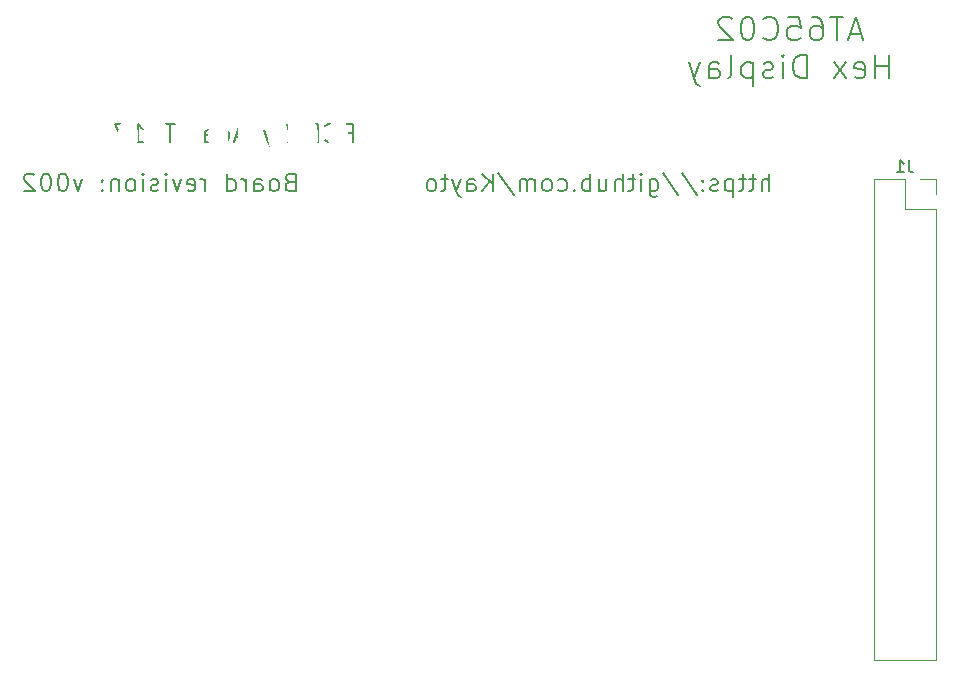
<source format=gbo>
G04 #@! TF.GenerationSoftware,KiCad,Pcbnew,(5.1.9)-1*
G04 #@! TF.CreationDate,2023-04-05T16:21:32+01:00*
G04 #@! TF.ProjectId,AT65C02_HEX_rev002,41543635-4330-4325-9f48-45585f726576,rev?*
G04 #@! TF.SameCoordinates,Original*
G04 #@! TF.FileFunction,Legend,Bot*
G04 #@! TF.FilePolarity,Positive*
%FSLAX46Y46*%
G04 Gerber Fmt 4.6, Leading zero omitted, Abs format (unit mm)*
G04 Created by KiCad (PCBNEW (5.1.9)-1) date 2023-04-05 16:21:32*
%MOMM*%
%LPD*%
G01*
G04 APERTURE LIST*
%ADD10C,0.200000*%
%ADD11C,0.120000*%
%ADD12C,0.150000*%
%ADD13C,1.702000*%
%ADD14O,1.626000X2.626000*%
%ADD15O,1.602000X1.152000*%
%ADD16O,1.702000X1.702000*%
%ADD17C,2.442000*%
%ADD18O,1.802000X1.802000*%
G04 APERTURE END LIST*
D10*
X206502857Y-59678571D02*
X206502857Y-58178571D01*
X205860000Y-59678571D02*
X205860000Y-58892857D01*
X205931428Y-58750000D01*
X206074285Y-58678571D01*
X206288571Y-58678571D01*
X206431428Y-58750000D01*
X206502857Y-58821428D01*
X205360000Y-58678571D02*
X204788571Y-58678571D01*
X205145714Y-58178571D02*
X205145714Y-59464285D01*
X205074285Y-59607142D01*
X204931428Y-59678571D01*
X204788571Y-59678571D01*
X204502857Y-58678571D02*
X203931428Y-58678571D01*
X204288571Y-58178571D02*
X204288571Y-59464285D01*
X204217142Y-59607142D01*
X204074285Y-59678571D01*
X203931428Y-59678571D01*
X203431428Y-58678571D02*
X203431428Y-60178571D01*
X203431428Y-58750000D02*
X203288571Y-58678571D01*
X203002857Y-58678571D01*
X202860000Y-58750000D01*
X202788571Y-58821428D01*
X202717142Y-58964285D01*
X202717142Y-59392857D01*
X202788571Y-59535714D01*
X202860000Y-59607142D01*
X203002857Y-59678571D01*
X203288571Y-59678571D01*
X203431428Y-59607142D01*
X202145714Y-59607142D02*
X202002857Y-59678571D01*
X201717142Y-59678571D01*
X201574285Y-59607142D01*
X201502857Y-59464285D01*
X201502857Y-59392857D01*
X201574285Y-59250000D01*
X201717142Y-59178571D01*
X201931428Y-59178571D01*
X202074285Y-59107142D01*
X202145714Y-58964285D01*
X202145714Y-58892857D01*
X202074285Y-58750000D01*
X201931428Y-58678571D01*
X201717142Y-58678571D01*
X201574285Y-58750000D01*
X200860000Y-59535714D02*
X200788571Y-59607142D01*
X200860000Y-59678571D01*
X200931428Y-59607142D01*
X200860000Y-59535714D01*
X200860000Y-59678571D01*
X200860000Y-58750000D02*
X200788571Y-58821428D01*
X200860000Y-58892857D01*
X200931428Y-58821428D01*
X200860000Y-58750000D01*
X200860000Y-58892857D01*
X199074285Y-58107142D02*
X200360000Y-60035714D01*
X197502857Y-58107142D02*
X198788571Y-60035714D01*
X196360000Y-58678571D02*
X196360000Y-59892857D01*
X196431428Y-60035714D01*
X196502857Y-60107142D01*
X196645714Y-60178571D01*
X196860000Y-60178571D01*
X197002857Y-60107142D01*
X196360000Y-59607142D02*
X196502857Y-59678571D01*
X196788571Y-59678571D01*
X196931428Y-59607142D01*
X197002857Y-59535714D01*
X197074285Y-59392857D01*
X197074285Y-58964285D01*
X197002857Y-58821428D01*
X196931428Y-58750000D01*
X196788571Y-58678571D01*
X196502857Y-58678571D01*
X196360000Y-58750000D01*
X195645714Y-59678571D02*
X195645714Y-58678571D01*
X195645714Y-58178571D02*
X195717142Y-58250000D01*
X195645714Y-58321428D01*
X195574285Y-58250000D01*
X195645714Y-58178571D01*
X195645714Y-58321428D01*
X195145714Y-58678571D02*
X194574285Y-58678571D01*
X194931428Y-58178571D02*
X194931428Y-59464285D01*
X194860000Y-59607142D01*
X194717142Y-59678571D01*
X194574285Y-59678571D01*
X194074285Y-59678571D02*
X194074285Y-58178571D01*
X193431428Y-59678571D02*
X193431428Y-58892857D01*
X193502857Y-58750000D01*
X193645714Y-58678571D01*
X193860000Y-58678571D01*
X194002857Y-58750000D01*
X194074285Y-58821428D01*
X192074285Y-58678571D02*
X192074285Y-59678571D01*
X192717142Y-58678571D02*
X192717142Y-59464285D01*
X192645714Y-59607142D01*
X192502857Y-59678571D01*
X192288571Y-59678571D01*
X192145714Y-59607142D01*
X192074285Y-59535714D01*
X191360000Y-59678571D02*
X191360000Y-58178571D01*
X191360000Y-58750000D02*
X191217142Y-58678571D01*
X190931428Y-58678571D01*
X190788571Y-58750000D01*
X190717142Y-58821428D01*
X190645714Y-58964285D01*
X190645714Y-59392857D01*
X190717142Y-59535714D01*
X190788571Y-59607142D01*
X190931428Y-59678571D01*
X191217142Y-59678571D01*
X191360000Y-59607142D01*
X190002857Y-59535714D02*
X189931428Y-59607142D01*
X190002857Y-59678571D01*
X190074285Y-59607142D01*
X190002857Y-59535714D01*
X190002857Y-59678571D01*
X188645714Y-59607142D02*
X188788571Y-59678571D01*
X189074285Y-59678571D01*
X189217142Y-59607142D01*
X189288571Y-59535714D01*
X189360000Y-59392857D01*
X189360000Y-58964285D01*
X189288571Y-58821428D01*
X189217142Y-58750000D01*
X189074285Y-58678571D01*
X188788571Y-58678571D01*
X188645714Y-58750000D01*
X187788571Y-59678571D02*
X187931428Y-59607142D01*
X188002857Y-59535714D01*
X188074285Y-59392857D01*
X188074285Y-58964285D01*
X188002857Y-58821428D01*
X187931428Y-58750000D01*
X187788571Y-58678571D01*
X187574285Y-58678571D01*
X187431428Y-58750000D01*
X187360000Y-58821428D01*
X187288571Y-58964285D01*
X187288571Y-59392857D01*
X187360000Y-59535714D01*
X187431428Y-59607142D01*
X187574285Y-59678571D01*
X187788571Y-59678571D01*
X186645714Y-59678571D02*
X186645714Y-58678571D01*
X186645714Y-58821428D02*
X186574285Y-58750000D01*
X186431428Y-58678571D01*
X186217142Y-58678571D01*
X186074285Y-58750000D01*
X186002857Y-58892857D01*
X186002857Y-59678571D01*
X186002857Y-58892857D02*
X185931428Y-58750000D01*
X185788571Y-58678571D01*
X185574285Y-58678571D01*
X185431428Y-58750000D01*
X185360000Y-58892857D01*
X185360000Y-59678571D01*
X183574285Y-58107142D02*
X184860000Y-60035714D01*
X183074285Y-59678571D02*
X183074285Y-58178571D01*
X182217142Y-59678571D02*
X182860000Y-58821428D01*
X182217142Y-58178571D02*
X183074285Y-59035714D01*
X180931428Y-59678571D02*
X180931428Y-58892857D01*
X181002857Y-58750000D01*
X181145714Y-58678571D01*
X181431428Y-58678571D01*
X181574285Y-58750000D01*
X180931428Y-59607142D02*
X181074285Y-59678571D01*
X181431428Y-59678571D01*
X181574285Y-59607142D01*
X181645714Y-59464285D01*
X181645714Y-59321428D01*
X181574285Y-59178571D01*
X181431428Y-59107142D01*
X181074285Y-59107142D01*
X180931428Y-59035714D01*
X180360000Y-58678571D02*
X180002857Y-59678571D01*
X179645714Y-58678571D02*
X180002857Y-59678571D01*
X180145714Y-60035714D01*
X180217142Y-60107142D01*
X180360000Y-60178571D01*
X179288571Y-58678571D02*
X178717142Y-58678571D01*
X179074285Y-58178571D02*
X179074285Y-59464285D01*
X179002857Y-59607142D01*
X178860000Y-59678571D01*
X178717142Y-59678571D01*
X178002857Y-59678571D02*
X178145714Y-59607142D01*
X178217142Y-59535714D01*
X178288571Y-59392857D01*
X178288571Y-58964285D01*
X178217142Y-58821428D01*
X178145714Y-58750000D01*
X178002857Y-58678571D01*
X177788571Y-58678571D01*
X177645714Y-58750000D01*
X177574285Y-58821428D01*
X177502857Y-58964285D01*
X177502857Y-59392857D01*
X177574285Y-59535714D01*
X177645714Y-59607142D01*
X177788571Y-59678571D01*
X178002857Y-59678571D01*
X171272857Y-55478571D02*
X171272857Y-53978571D01*
X170701428Y-53978571D01*
X170558571Y-54050000D01*
X170487142Y-54121428D01*
X170415714Y-54264285D01*
X170415714Y-54478571D01*
X170487142Y-54621428D01*
X170558571Y-54692857D01*
X170701428Y-54764285D01*
X171272857Y-54764285D01*
X168915714Y-55335714D02*
X168987142Y-55407142D01*
X169201428Y-55478571D01*
X169344285Y-55478571D01*
X169558571Y-55407142D01*
X169701428Y-55264285D01*
X169772857Y-55121428D01*
X169844285Y-54835714D01*
X169844285Y-54621428D01*
X169772857Y-54335714D01*
X169701428Y-54192857D01*
X169558571Y-54050000D01*
X169344285Y-53978571D01*
X169201428Y-53978571D01*
X168987142Y-54050000D01*
X168915714Y-54121428D01*
X167772857Y-54692857D02*
X167558571Y-54764285D01*
X167487142Y-54835714D01*
X167415714Y-54978571D01*
X167415714Y-55192857D01*
X167487142Y-55335714D01*
X167558571Y-55407142D01*
X167701428Y-55478571D01*
X168272857Y-55478571D01*
X168272857Y-53978571D01*
X167772857Y-53978571D01*
X167630000Y-54050000D01*
X167558571Y-54121428D01*
X167487142Y-54264285D01*
X167487142Y-54407142D01*
X167558571Y-54550000D01*
X167630000Y-54621428D01*
X167772857Y-54692857D01*
X168272857Y-54692857D01*
X165630000Y-55478571D02*
X165630000Y-53978571D01*
X165630000Y-54550000D02*
X165487142Y-54478571D01*
X165201428Y-54478571D01*
X165058571Y-54550000D01*
X164987142Y-54621428D01*
X164915714Y-54764285D01*
X164915714Y-55192857D01*
X164987142Y-55335714D01*
X165058571Y-55407142D01*
X165201428Y-55478571D01*
X165487142Y-55478571D01*
X165630000Y-55407142D01*
X164415714Y-54478571D02*
X164058571Y-55478571D01*
X163701428Y-54478571D02*
X164058571Y-55478571D01*
X164201428Y-55835714D01*
X164272857Y-55907142D01*
X164415714Y-55978571D01*
X162058571Y-55050000D02*
X161344285Y-55050000D01*
X162201428Y-55478571D02*
X161701428Y-53978571D01*
X161201428Y-55478571D01*
X160058571Y-55478571D02*
X160058571Y-53978571D01*
X160058571Y-55407142D02*
X160201428Y-55478571D01*
X160487142Y-55478571D01*
X160630000Y-55407142D01*
X160701428Y-55335714D01*
X160772857Y-55192857D01*
X160772857Y-54764285D01*
X160701428Y-54621428D01*
X160630000Y-54550000D01*
X160487142Y-54478571D01*
X160201428Y-54478571D01*
X160058571Y-54550000D01*
X158701428Y-55478571D02*
X158701428Y-54692857D01*
X158772857Y-54550000D01*
X158915714Y-54478571D01*
X159201428Y-54478571D01*
X159344285Y-54550000D01*
X158701428Y-55407142D02*
X158844285Y-55478571D01*
X159201428Y-55478571D01*
X159344285Y-55407142D01*
X159415714Y-55264285D01*
X159415714Y-55121428D01*
X159344285Y-54978571D01*
X159201428Y-54907142D01*
X158844285Y-54907142D01*
X158701428Y-54835714D01*
X157987142Y-55478571D02*
X157987142Y-54478571D01*
X157987142Y-54621428D02*
X157915714Y-54550000D01*
X157772857Y-54478571D01*
X157558571Y-54478571D01*
X157415714Y-54550000D01*
X157344285Y-54692857D01*
X157344285Y-55478571D01*
X157344285Y-54692857D02*
X157272857Y-54550000D01*
X157130000Y-54478571D01*
X156915714Y-54478571D01*
X156772857Y-54550000D01*
X156701428Y-54692857D01*
X156701428Y-55478571D01*
X156201428Y-53978571D02*
X155344285Y-53978571D01*
X155772857Y-55478571D02*
X155772857Y-53978571D01*
X154058571Y-55478571D02*
X154915714Y-55478571D01*
X154487142Y-55478571D02*
X154487142Y-53978571D01*
X154630000Y-54192857D01*
X154772857Y-54335714D01*
X154915714Y-54407142D01*
X152630000Y-55478571D02*
X153487142Y-55478571D01*
X153058571Y-55478571D02*
X153058571Y-53978571D01*
X153201428Y-54192857D01*
X153344285Y-54335714D01*
X153487142Y-54407142D01*
X152130000Y-53978571D02*
X151130000Y-53978571D01*
X151772857Y-55478571D01*
X214287619Y-46333333D02*
X213335238Y-46333333D01*
X214478095Y-46904761D02*
X213811428Y-44904761D01*
X213144761Y-46904761D01*
X212763809Y-44904761D02*
X211620952Y-44904761D01*
X212192380Y-46904761D02*
X212192380Y-44904761D01*
X210097142Y-44904761D02*
X210478095Y-44904761D01*
X210668571Y-45000000D01*
X210763809Y-45095238D01*
X210954285Y-45380952D01*
X211049523Y-45761904D01*
X211049523Y-46523809D01*
X210954285Y-46714285D01*
X210859047Y-46809523D01*
X210668571Y-46904761D01*
X210287619Y-46904761D01*
X210097142Y-46809523D01*
X210001904Y-46714285D01*
X209906666Y-46523809D01*
X209906666Y-46047619D01*
X210001904Y-45857142D01*
X210097142Y-45761904D01*
X210287619Y-45666666D01*
X210668571Y-45666666D01*
X210859047Y-45761904D01*
X210954285Y-45857142D01*
X211049523Y-46047619D01*
X208097142Y-44904761D02*
X209049523Y-44904761D01*
X209144761Y-45857142D01*
X209049523Y-45761904D01*
X208859047Y-45666666D01*
X208382857Y-45666666D01*
X208192380Y-45761904D01*
X208097142Y-45857142D01*
X208001904Y-46047619D01*
X208001904Y-46523809D01*
X208097142Y-46714285D01*
X208192380Y-46809523D01*
X208382857Y-46904761D01*
X208859047Y-46904761D01*
X209049523Y-46809523D01*
X209144761Y-46714285D01*
X206001904Y-46714285D02*
X206097142Y-46809523D01*
X206382857Y-46904761D01*
X206573333Y-46904761D01*
X206859047Y-46809523D01*
X207049523Y-46619047D01*
X207144761Y-46428571D01*
X207240000Y-46047619D01*
X207240000Y-45761904D01*
X207144761Y-45380952D01*
X207049523Y-45190476D01*
X206859047Y-45000000D01*
X206573333Y-44904761D01*
X206382857Y-44904761D01*
X206097142Y-45000000D01*
X206001904Y-45095238D01*
X204763809Y-44904761D02*
X204573333Y-44904761D01*
X204382857Y-45000000D01*
X204287619Y-45095238D01*
X204192380Y-45285714D01*
X204097142Y-45666666D01*
X204097142Y-46142857D01*
X204192380Y-46523809D01*
X204287619Y-46714285D01*
X204382857Y-46809523D01*
X204573333Y-46904761D01*
X204763809Y-46904761D01*
X204954285Y-46809523D01*
X205049523Y-46714285D01*
X205144761Y-46523809D01*
X205240000Y-46142857D01*
X205240000Y-45666666D01*
X205144761Y-45285714D01*
X205049523Y-45095238D01*
X204954285Y-45000000D01*
X204763809Y-44904761D01*
X203335238Y-45095238D02*
X203240000Y-45000000D01*
X203049523Y-44904761D01*
X202573333Y-44904761D01*
X202382857Y-45000000D01*
X202287619Y-45095238D01*
X202192380Y-45285714D01*
X202192380Y-45476190D01*
X202287619Y-45761904D01*
X203430476Y-46904761D01*
X202192380Y-46904761D01*
X216620952Y-50104761D02*
X216620952Y-48104761D01*
X216620952Y-49057142D02*
X215478095Y-49057142D01*
X215478095Y-50104761D02*
X215478095Y-48104761D01*
X213763809Y-50009523D02*
X213954285Y-50104761D01*
X214335238Y-50104761D01*
X214525714Y-50009523D01*
X214620952Y-49819047D01*
X214620952Y-49057142D01*
X214525714Y-48866666D01*
X214335238Y-48771428D01*
X213954285Y-48771428D01*
X213763809Y-48866666D01*
X213668571Y-49057142D01*
X213668571Y-49247619D01*
X214620952Y-49438095D01*
X213001904Y-50104761D02*
X211954285Y-48771428D01*
X213001904Y-48771428D02*
X211954285Y-50104761D01*
X209668571Y-50104761D02*
X209668571Y-48104761D01*
X209192380Y-48104761D01*
X208906666Y-48200000D01*
X208716190Y-48390476D01*
X208620952Y-48580952D01*
X208525714Y-48961904D01*
X208525714Y-49247619D01*
X208620952Y-49628571D01*
X208716190Y-49819047D01*
X208906666Y-50009523D01*
X209192380Y-50104761D01*
X209668571Y-50104761D01*
X207668571Y-50104761D02*
X207668571Y-48771428D01*
X207668571Y-48104761D02*
X207763809Y-48200000D01*
X207668571Y-48295238D01*
X207573333Y-48200000D01*
X207668571Y-48104761D01*
X207668571Y-48295238D01*
X206811428Y-50009523D02*
X206620952Y-50104761D01*
X206240000Y-50104761D01*
X206049523Y-50009523D01*
X205954285Y-49819047D01*
X205954285Y-49723809D01*
X206049523Y-49533333D01*
X206240000Y-49438095D01*
X206525714Y-49438095D01*
X206716190Y-49342857D01*
X206811428Y-49152380D01*
X206811428Y-49057142D01*
X206716190Y-48866666D01*
X206525714Y-48771428D01*
X206240000Y-48771428D01*
X206049523Y-48866666D01*
X205097142Y-48771428D02*
X205097142Y-50771428D01*
X205097142Y-48866666D02*
X204906666Y-48771428D01*
X204525714Y-48771428D01*
X204335238Y-48866666D01*
X204240000Y-48961904D01*
X204144761Y-49152380D01*
X204144761Y-49723809D01*
X204240000Y-49914285D01*
X204335238Y-50009523D01*
X204525714Y-50104761D01*
X204906666Y-50104761D01*
X205097142Y-50009523D01*
X203001904Y-50104761D02*
X203192380Y-50009523D01*
X203287619Y-49819047D01*
X203287619Y-48104761D01*
X201382857Y-50104761D02*
X201382857Y-49057142D01*
X201478095Y-48866666D01*
X201668571Y-48771428D01*
X202049523Y-48771428D01*
X202240000Y-48866666D01*
X201382857Y-50009523D02*
X201573333Y-50104761D01*
X202049523Y-50104761D01*
X202240000Y-50009523D01*
X202335238Y-49819047D01*
X202335238Y-49628571D01*
X202240000Y-49438095D01*
X202049523Y-49342857D01*
X201573333Y-49342857D01*
X201382857Y-49247619D01*
X200620952Y-48771428D02*
X200144761Y-50104761D01*
X199668571Y-48771428D02*
X200144761Y-50104761D01*
X200335238Y-50580952D01*
X200430476Y-50676190D01*
X200620952Y-50771428D01*
X165902857Y-58892857D02*
X165688571Y-58964285D01*
X165617142Y-59035714D01*
X165545714Y-59178571D01*
X165545714Y-59392857D01*
X165617142Y-59535714D01*
X165688571Y-59607142D01*
X165831428Y-59678571D01*
X166402857Y-59678571D01*
X166402857Y-58178571D01*
X165902857Y-58178571D01*
X165760000Y-58250000D01*
X165688571Y-58321428D01*
X165617142Y-58464285D01*
X165617142Y-58607142D01*
X165688571Y-58750000D01*
X165760000Y-58821428D01*
X165902857Y-58892857D01*
X166402857Y-58892857D01*
X164688571Y-59678571D02*
X164831428Y-59607142D01*
X164902857Y-59535714D01*
X164974285Y-59392857D01*
X164974285Y-58964285D01*
X164902857Y-58821428D01*
X164831428Y-58750000D01*
X164688571Y-58678571D01*
X164474285Y-58678571D01*
X164331428Y-58750000D01*
X164260000Y-58821428D01*
X164188571Y-58964285D01*
X164188571Y-59392857D01*
X164260000Y-59535714D01*
X164331428Y-59607142D01*
X164474285Y-59678571D01*
X164688571Y-59678571D01*
X162902857Y-59678571D02*
X162902857Y-58892857D01*
X162974285Y-58750000D01*
X163117142Y-58678571D01*
X163402857Y-58678571D01*
X163545714Y-58750000D01*
X162902857Y-59607142D02*
X163045714Y-59678571D01*
X163402857Y-59678571D01*
X163545714Y-59607142D01*
X163617142Y-59464285D01*
X163617142Y-59321428D01*
X163545714Y-59178571D01*
X163402857Y-59107142D01*
X163045714Y-59107142D01*
X162902857Y-59035714D01*
X162188571Y-59678571D02*
X162188571Y-58678571D01*
X162188571Y-58964285D02*
X162117142Y-58821428D01*
X162045714Y-58750000D01*
X161902857Y-58678571D01*
X161760000Y-58678571D01*
X160617142Y-59678571D02*
X160617142Y-58178571D01*
X160617142Y-59607142D02*
X160760000Y-59678571D01*
X161045714Y-59678571D01*
X161188571Y-59607142D01*
X161260000Y-59535714D01*
X161331428Y-59392857D01*
X161331428Y-58964285D01*
X161260000Y-58821428D01*
X161188571Y-58750000D01*
X161045714Y-58678571D01*
X160760000Y-58678571D01*
X160617142Y-58750000D01*
X158760000Y-59678571D02*
X158760000Y-58678571D01*
X158760000Y-58964285D02*
X158688571Y-58821428D01*
X158617142Y-58750000D01*
X158474285Y-58678571D01*
X158331428Y-58678571D01*
X157260000Y-59607142D02*
X157402857Y-59678571D01*
X157688571Y-59678571D01*
X157831428Y-59607142D01*
X157902857Y-59464285D01*
X157902857Y-58892857D01*
X157831428Y-58750000D01*
X157688571Y-58678571D01*
X157402857Y-58678571D01*
X157260000Y-58750000D01*
X157188571Y-58892857D01*
X157188571Y-59035714D01*
X157902857Y-59178571D01*
X156688571Y-58678571D02*
X156331428Y-59678571D01*
X155974285Y-58678571D01*
X155402857Y-59678571D02*
X155402857Y-58678571D01*
X155402857Y-58178571D02*
X155474285Y-58250000D01*
X155402857Y-58321428D01*
X155331428Y-58250000D01*
X155402857Y-58178571D01*
X155402857Y-58321428D01*
X154760000Y-59607142D02*
X154617142Y-59678571D01*
X154331428Y-59678571D01*
X154188571Y-59607142D01*
X154117142Y-59464285D01*
X154117142Y-59392857D01*
X154188571Y-59250000D01*
X154331428Y-59178571D01*
X154545714Y-59178571D01*
X154688571Y-59107142D01*
X154760000Y-58964285D01*
X154760000Y-58892857D01*
X154688571Y-58750000D01*
X154545714Y-58678571D01*
X154331428Y-58678571D01*
X154188571Y-58750000D01*
X153474285Y-59678571D02*
X153474285Y-58678571D01*
X153474285Y-58178571D02*
X153545714Y-58250000D01*
X153474285Y-58321428D01*
X153402857Y-58250000D01*
X153474285Y-58178571D01*
X153474285Y-58321428D01*
X152545714Y-59678571D02*
X152688571Y-59607142D01*
X152760000Y-59535714D01*
X152831428Y-59392857D01*
X152831428Y-58964285D01*
X152760000Y-58821428D01*
X152688571Y-58750000D01*
X152545714Y-58678571D01*
X152331428Y-58678571D01*
X152188571Y-58750000D01*
X152117142Y-58821428D01*
X152045714Y-58964285D01*
X152045714Y-59392857D01*
X152117142Y-59535714D01*
X152188571Y-59607142D01*
X152331428Y-59678571D01*
X152545714Y-59678571D01*
X151402857Y-58678571D02*
X151402857Y-59678571D01*
X151402857Y-58821428D02*
X151331428Y-58750000D01*
X151188571Y-58678571D01*
X150974285Y-58678571D01*
X150831428Y-58750000D01*
X150760000Y-58892857D01*
X150760000Y-59678571D01*
X150045714Y-59535714D02*
X149974285Y-59607142D01*
X150045714Y-59678571D01*
X150117142Y-59607142D01*
X150045714Y-59535714D01*
X150045714Y-59678571D01*
X150045714Y-58750000D02*
X149974285Y-58821428D01*
X150045714Y-58892857D01*
X150117142Y-58821428D01*
X150045714Y-58750000D01*
X150045714Y-58892857D01*
X148331428Y-58678571D02*
X147974285Y-59678571D01*
X147617142Y-58678571D01*
X146760000Y-58178571D02*
X146617142Y-58178571D01*
X146474285Y-58250000D01*
X146402857Y-58321428D01*
X146331428Y-58464285D01*
X146260000Y-58750000D01*
X146260000Y-59107142D01*
X146331428Y-59392857D01*
X146402857Y-59535714D01*
X146474285Y-59607142D01*
X146617142Y-59678571D01*
X146760000Y-59678571D01*
X146902857Y-59607142D01*
X146974285Y-59535714D01*
X147045714Y-59392857D01*
X147117142Y-59107142D01*
X147117142Y-58750000D01*
X147045714Y-58464285D01*
X146974285Y-58321428D01*
X146902857Y-58250000D01*
X146760000Y-58178571D01*
X145331428Y-58178571D02*
X145188571Y-58178571D01*
X145045714Y-58250000D01*
X144974285Y-58321428D01*
X144902857Y-58464285D01*
X144831428Y-58750000D01*
X144831428Y-59107142D01*
X144902857Y-59392857D01*
X144974285Y-59535714D01*
X145045714Y-59607142D01*
X145188571Y-59678571D01*
X145331428Y-59678571D01*
X145474285Y-59607142D01*
X145545714Y-59535714D01*
X145617142Y-59392857D01*
X145688571Y-59107142D01*
X145688571Y-58750000D01*
X145617142Y-58464285D01*
X145545714Y-58321428D01*
X145474285Y-58250000D01*
X145331428Y-58178571D01*
X144260000Y-58321428D02*
X144188571Y-58250000D01*
X144045714Y-58178571D01*
X143688571Y-58178571D01*
X143545714Y-58250000D01*
X143474285Y-58321428D01*
X143402857Y-58464285D01*
X143402857Y-58607142D01*
X143474285Y-58821428D01*
X144331428Y-59678571D01*
X143402857Y-59678571D01*
D11*
X220590000Y-58620000D02*
X219260000Y-58620000D01*
X220590000Y-59950000D02*
X220590000Y-58620000D01*
X217990000Y-58620000D02*
X215390000Y-58620000D01*
X217990000Y-61220000D02*
X217990000Y-58620000D01*
X220590000Y-61220000D02*
X217990000Y-61220000D01*
X215390000Y-58620000D02*
X215390000Y-99380000D01*
X220590000Y-61220000D02*
X220590000Y-99380000D01*
X220590000Y-99380000D02*
X215390000Y-99380000D01*
D12*
X218323333Y-57072380D02*
X218323333Y-57786666D01*
X218370952Y-57929523D01*
X218466190Y-58024761D01*
X218609047Y-58072380D01*
X218704285Y-58072380D01*
X217323333Y-58072380D02*
X217894761Y-58072380D01*
X217609047Y-58072380D02*
X217609047Y-57072380D01*
X217704285Y-57215238D01*
X217799523Y-57310476D01*
X217894761Y-57358095D01*
%LPC*%
D13*
X169015000Y-87050000D03*
X174015000Y-87050000D03*
X158242000Y-87050000D03*
X163242000Y-87050000D03*
X177565000Y-108525000D03*
X177565000Y-113525000D03*
D14*
X209438000Y-40042000D03*
X211978000Y-40042000D03*
X214518000Y-40042000D03*
X217058000Y-40042000D03*
X219598000Y-40042000D03*
X219598000Y-55282000D03*
X217058000Y-55282000D03*
X214518000Y-55282000D03*
X211978000Y-55282000D03*
G36*
G01*
X208625000Y-56544000D02*
X208625000Y-54020000D01*
G75*
G02*
X208676000Y-53969000I51000J0D01*
G01*
X210200000Y-53969000D01*
G75*
G02*
X210251000Y-54020000I0J-51000D01*
G01*
X210251000Y-56544000D01*
G75*
G02*
X210200000Y-56595000I-51000J0D01*
G01*
X208676000Y-56595000D01*
G75*
G02*
X208625000Y-56544000I0J51000D01*
G01*
G37*
D13*
X195290000Y-98750000D03*
X195290000Y-93750000D03*
G36*
G01*
X175756000Y-66196000D02*
X174256000Y-66196000D01*
G75*
G02*
X174205000Y-66145000I0J51000D01*
G01*
X174205000Y-65095000D01*
G75*
G02*
X174256000Y-65044000I51000J0D01*
G01*
X175756000Y-65044000D01*
G75*
G02*
X175807000Y-65095000I0J-51000D01*
G01*
X175807000Y-66145000D01*
G75*
G02*
X175756000Y-66196000I-51000J0D01*
G01*
G37*
D15*
X175006000Y-63080000D03*
X175006000Y-64350000D03*
X183166000Y-64350000D03*
X183166000Y-63080000D03*
G36*
G01*
X183916000Y-66196000D02*
X182416000Y-66196000D01*
G75*
G02*
X182365000Y-66145000I0J51000D01*
G01*
X182365000Y-65095000D01*
G75*
G02*
X182416000Y-65044000I51000J0D01*
G01*
X183916000Y-65044000D01*
G75*
G02*
X183967000Y-65095000I0J-51000D01*
G01*
X183967000Y-66145000D01*
G75*
G02*
X183916000Y-66196000I-51000J0D01*
G01*
G37*
D16*
X202910000Y-105525000D03*
D13*
X195290000Y-105525000D03*
X195290000Y-102150000D03*
D16*
X202910000Y-102150000D03*
D13*
X186806000Y-62290000D03*
D16*
X186806000Y-69910000D03*
X153162000Y-64520000D03*
D13*
X160782000Y-64520000D03*
G36*
G01*
X189573000Y-112738000D02*
X189573000Y-114338000D01*
G75*
G02*
X189522000Y-114389000I-51000J0D01*
G01*
X187922000Y-114389000D01*
G75*
G02*
X187871000Y-114338000I0J51000D01*
G01*
X187871000Y-112738000D01*
G75*
G02*
X187922000Y-112687000I51000J0D01*
G01*
X189522000Y-112687000D01*
G75*
G02*
X189573000Y-112738000I0J-51000D01*
G01*
G37*
D16*
X181102000Y-90678000D03*
X188722000Y-110998000D03*
X181102000Y-93218000D03*
X188722000Y-108458000D03*
X181102000Y-95758000D03*
X188722000Y-105918000D03*
X181102000Y-98298000D03*
X188722000Y-103378000D03*
X181102000Y-100838000D03*
X188722000Y-100838000D03*
X181102000Y-103378000D03*
X188722000Y-98298000D03*
X181102000Y-105918000D03*
X188722000Y-95758000D03*
X181102000Y-108458000D03*
X188722000Y-93218000D03*
X181102000Y-110998000D03*
X188722000Y-90678000D03*
X181102000Y-113538000D03*
G36*
G01*
X198189000Y-91478000D02*
X198189000Y-89878000D01*
G75*
G02*
X198240000Y-89827000I51000J0D01*
G01*
X199840000Y-89827000D01*
G75*
G02*
X199891000Y-89878000I0J-51000D01*
G01*
X199891000Y-91478000D01*
G75*
G02*
X199840000Y-91529000I-51000J0D01*
G01*
X198240000Y-91529000D01*
G75*
G02*
X198189000Y-91478000I0J51000D01*
G01*
G37*
X206660000Y-98298000D03*
X199040000Y-93218000D03*
X206660000Y-95758000D03*
X199040000Y-95758000D03*
X206660000Y-93218000D03*
X199040000Y-98298000D03*
X206660000Y-90678000D03*
G36*
G01*
X139174000Y-66196000D02*
X137674000Y-66196000D01*
G75*
G02*
X137623000Y-66145000I0J51000D01*
G01*
X137623000Y-65095000D01*
G75*
G02*
X137674000Y-65044000I51000J0D01*
G01*
X139174000Y-65044000D01*
G75*
G02*
X139225000Y-65095000I0J-51000D01*
G01*
X139225000Y-66145000D01*
G75*
G02*
X139174000Y-66196000I-51000J0D01*
G01*
G37*
D15*
X138424000Y-63080000D03*
X138424000Y-64350000D03*
X146529333Y-64350000D03*
X146529333Y-63080000D03*
G36*
G01*
X147279333Y-66196000D02*
X145779333Y-66196000D01*
G75*
G02*
X145728333Y-66145000I0J51000D01*
G01*
X145728333Y-65095000D01*
G75*
G02*
X145779333Y-65044000I51000J0D01*
G01*
X147279333Y-65044000D01*
G75*
G02*
X147330333Y-65095000I0J-51000D01*
G01*
X147330333Y-66145000D01*
G75*
G02*
X147279333Y-66196000I-51000J0D01*
G01*
G37*
X191210666Y-64350000D03*
X191210666Y-63080000D03*
G36*
G01*
X191960666Y-66196000D02*
X190460666Y-66196000D01*
G75*
G02*
X190409666Y-66145000I0J51000D01*
G01*
X190409666Y-65095000D01*
G75*
G02*
X190460666Y-65044000I51000J0D01*
G01*
X191960666Y-65044000D01*
G75*
G02*
X192011666Y-65095000I0J-51000D01*
G01*
X192011666Y-66145000D01*
G75*
G02*
X191960666Y-66196000I-51000J0D01*
G01*
G37*
G36*
G01*
X200066000Y-66196000D02*
X198566000Y-66196000D01*
G75*
G02*
X198515000Y-66145000I0J51000D01*
G01*
X198515000Y-65095000D01*
G75*
G02*
X198566000Y-65044000I51000J0D01*
G01*
X200066000Y-65044000D01*
G75*
G02*
X200117000Y-65095000I0J-51000D01*
G01*
X200117000Y-66145000D01*
G75*
G02*
X200066000Y-66196000I-51000J0D01*
G01*
G37*
X199316000Y-63080000D03*
X199316000Y-64350000D03*
D13*
X160782000Y-68160000D03*
D16*
X153162000Y-68160000D03*
D13*
X142064000Y-62290000D03*
D16*
X142064000Y-69910000D03*
X150169333Y-69910000D03*
D13*
X150169333Y-62290000D03*
D16*
X213360000Y-64520000D03*
D13*
X205740000Y-64520000D03*
G36*
G01*
X203670000Y-74079000D02*
X205270000Y-74079000D01*
G75*
G02*
X205321000Y-74130000I0J-51000D01*
G01*
X205321000Y-75730000D01*
G75*
G02*
X205270000Y-75781000I-51000J0D01*
G01*
X203670000Y-75781000D01*
G75*
G02*
X203619000Y-75730000I0J51000D01*
G01*
X203619000Y-74130000D01*
G75*
G02*
X203670000Y-74079000I51000J0D01*
G01*
G37*
D16*
X186690000Y-82550000D03*
X201930000Y-74930000D03*
X189230000Y-82550000D03*
X199390000Y-74930000D03*
X191770000Y-82550000D03*
X196850000Y-74930000D03*
X194310000Y-82550000D03*
X194310000Y-74930000D03*
X196850000Y-82550000D03*
X191770000Y-74930000D03*
X199390000Y-82550000D03*
X189230000Y-74930000D03*
X201930000Y-82550000D03*
X186690000Y-74930000D03*
X204470000Y-82550000D03*
X180167000Y-82550000D03*
X162387000Y-74930000D03*
X177627000Y-82550000D03*
X164927000Y-74930000D03*
X175087000Y-82550000D03*
X167467000Y-74930000D03*
X172547000Y-82550000D03*
X170007000Y-74930000D03*
X170007000Y-82550000D03*
X172547000Y-74930000D03*
X167467000Y-82550000D03*
X175087000Y-74930000D03*
X164927000Y-82550000D03*
X177627000Y-74930000D03*
X162387000Y-82550000D03*
G36*
G01*
X179367000Y-74079000D02*
X180967000Y-74079000D01*
G75*
G02*
X181018000Y-74130000I0J-51000D01*
G01*
X181018000Y-75730000D01*
G75*
G02*
X180967000Y-75781000I-51000J0D01*
G01*
X179367000Y-75781000D01*
G75*
G02*
X179316000Y-75730000I0J51000D01*
G01*
X179316000Y-74130000D01*
G75*
G02*
X179367000Y-74079000I51000J0D01*
G01*
G37*
X170688000Y-68160000D03*
D13*
X163068000Y-68160000D03*
D16*
X170688000Y-64520000D03*
D13*
X163068000Y-64520000D03*
D16*
X178646000Y-69910000D03*
D13*
X178646000Y-62290000D03*
X205740000Y-68160000D03*
D16*
X213360000Y-68160000D03*
D13*
X194850666Y-62290000D03*
D16*
X194850666Y-69910000D03*
D13*
X202956000Y-62290000D03*
D16*
X202956000Y-69910000D03*
G36*
G01*
X155064000Y-74079000D02*
X156664000Y-74079000D01*
G75*
G02*
X156715000Y-74130000I0J-51000D01*
G01*
X156715000Y-75730000D01*
G75*
G02*
X156664000Y-75781000I-51000J0D01*
G01*
X155064000Y-75781000D01*
G75*
G02*
X155013000Y-75730000I0J51000D01*
G01*
X155013000Y-74130000D01*
G75*
G02*
X155064000Y-74079000I51000J0D01*
G01*
G37*
X138084000Y-82550000D03*
X153324000Y-74930000D03*
X140624000Y-82550000D03*
X150784000Y-74930000D03*
X143164000Y-82550000D03*
X148244000Y-74930000D03*
X145704000Y-82550000D03*
X145704000Y-74930000D03*
X148244000Y-82550000D03*
X143164000Y-74930000D03*
X150784000Y-82550000D03*
X140624000Y-74930000D03*
X153324000Y-82550000D03*
X138084000Y-74930000D03*
X155864000Y-82550000D03*
G36*
G01*
X162725000Y-91478000D02*
X162725000Y-89878000D01*
G75*
G02*
X162776000Y-89827000I51000J0D01*
G01*
X164376000Y-89827000D01*
G75*
G02*
X164427000Y-89878000I0J-51000D01*
G01*
X164427000Y-91478000D01*
G75*
G02*
X164376000Y-91529000I-51000J0D01*
G01*
X162776000Y-91529000D01*
G75*
G02*
X162725000Y-91478000I0J51000D01*
G01*
G37*
X171196000Y-113538000D03*
X163576000Y-93218000D03*
X171196000Y-110998000D03*
X163576000Y-95758000D03*
X171196000Y-108458000D03*
X163576000Y-98298000D03*
X171196000Y-105918000D03*
X163576000Y-100838000D03*
X171196000Y-103378000D03*
X163576000Y-103378000D03*
X171196000Y-100838000D03*
X163576000Y-105918000D03*
X171196000Y-98298000D03*
X163576000Y-108458000D03*
X171196000Y-95758000D03*
X163576000Y-110998000D03*
X171196000Y-93218000D03*
X163576000Y-113538000D03*
X171196000Y-90678000D03*
X158242000Y-90678000D03*
X150622000Y-113538000D03*
X158242000Y-93218000D03*
X150622000Y-110998000D03*
X158242000Y-95758000D03*
X150622000Y-108458000D03*
X158242000Y-98298000D03*
X150622000Y-105918000D03*
X158242000Y-100838000D03*
X150622000Y-103378000D03*
X158242000Y-103378000D03*
X150622000Y-100838000D03*
X158242000Y-105918000D03*
X150622000Y-98298000D03*
X158242000Y-108458000D03*
X150622000Y-95758000D03*
X158242000Y-110998000D03*
X150622000Y-93218000D03*
X158242000Y-113538000D03*
G36*
G01*
X149771000Y-91478000D02*
X149771000Y-89878000D01*
G75*
G02*
X149822000Y-89827000I51000J0D01*
G01*
X151422000Y-89827000D01*
G75*
G02*
X151473000Y-89878000I0J-51000D01*
G01*
X151473000Y-91478000D01*
G75*
G02*
X151422000Y-91529000I-51000J0D01*
G01*
X149822000Y-91529000D01*
G75*
G02*
X149771000Y-91478000I0J51000D01*
G01*
G37*
G36*
G01*
X136127000Y-56290000D02*
X136127000Y-53766000D01*
G75*
G02*
X136178000Y-53715000I51000J0D01*
G01*
X137702000Y-53715000D01*
G75*
G02*
X137753000Y-53766000I0J-51000D01*
G01*
X137753000Y-56290000D01*
G75*
G02*
X137702000Y-56341000I-51000J0D01*
G01*
X136178000Y-56341000D01*
G75*
G02*
X136127000Y-56290000I0J51000D01*
G01*
G37*
D14*
X139480000Y-55028000D03*
X142020000Y-55028000D03*
X144560000Y-55028000D03*
X147100000Y-55028000D03*
X147100000Y-39788000D03*
X144560000Y-39788000D03*
X142020000Y-39788000D03*
X139480000Y-39788000D03*
X136940000Y-39788000D03*
X149640000Y-39788000D03*
X152180000Y-39788000D03*
X154720000Y-39788000D03*
X157260000Y-39788000D03*
X159800000Y-39788000D03*
X159800000Y-55028000D03*
X157260000Y-55028000D03*
X154720000Y-55028000D03*
X152180000Y-55028000D03*
G36*
G01*
X148827000Y-56290000D02*
X148827000Y-53766000D01*
G75*
G02*
X148878000Y-53715000I51000J0D01*
G01*
X150402000Y-53715000D01*
G75*
G02*
X150453000Y-53766000I0J-51000D01*
G01*
X150453000Y-56290000D01*
G75*
G02*
X150402000Y-56341000I-51000J0D01*
G01*
X148878000Y-56341000D01*
G75*
G02*
X148827000Y-56290000I0J51000D01*
G01*
G37*
G36*
G01*
X161527000Y-56290000D02*
X161527000Y-53766000D01*
G75*
G02*
X161578000Y-53715000I51000J0D01*
G01*
X163102000Y-53715000D01*
G75*
G02*
X163153000Y-53766000I0J-51000D01*
G01*
X163153000Y-56290000D01*
G75*
G02*
X163102000Y-56341000I-51000J0D01*
G01*
X161578000Y-56341000D01*
G75*
G02*
X161527000Y-56290000I0J51000D01*
G01*
G37*
X164880000Y-55028000D03*
X167420000Y-55028000D03*
X169960000Y-55028000D03*
X172500000Y-55028000D03*
X172500000Y-39788000D03*
X169960000Y-39788000D03*
X167420000Y-39788000D03*
X164880000Y-39788000D03*
X162340000Y-39788000D03*
X175040000Y-39788000D03*
X177580000Y-39788000D03*
X180120000Y-39788000D03*
X182660000Y-39788000D03*
X185200000Y-39788000D03*
X185200000Y-55028000D03*
X182660000Y-55028000D03*
X180120000Y-55028000D03*
X177580000Y-55028000D03*
G36*
G01*
X174227000Y-56290000D02*
X174227000Y-53766000D01*
G75*
G02*
X174278000Y-53715000I51000J0D01*
G01*
X175802000Y-53715000D01*
G75*
G02*
X175853000Y-53766000I0J-51000D01*
G01*
X175853000Y-56290000D01*
G75*
G02*
X175802000Y-56341000I-51000J0D01*
G01*
X174278000Y-56341000D01*
G75*
G02*
X174227000Y-56290000I0J51000D01*
G01*
G37*
G36*
G01*
X195925000Y-56544000D02*
X195925000Y-54020000D01*
G75*
G02*
X195976000Y-53969000I51000J0D01*
G01*
X197500000Y-53969000D01*
G75*
G02*
X197551000Y-54020000I0J-51000D01*
G01*
X197551000Y-56544000D01*
G75*
G02*
X197500000Y-56595000I-51000J0D01*
G01*
X195976000Y-56595000D01*
G75*
G02*
X195925000Y-56544000I0J51000D01*
G01*
G37*
X199278000Y-55282000D03*
X201818000Y-55282000D03*
X204358000Y-55282000D03*
X206898000Y-55282000D03*
X206898000Y-40042000D03*
X204358000Y-40042000D03*
X201818000Y-40042000D03*
X199278000Y-40042000D03*
X196738000Y-40042000D03*
D13*
X206660000Y-101350000D03*
X206660000Y-106350000D03*
D17*
X192565000Y-116250000D03*
X202565000Y-113750000D03*
X192565000Y-111250000D03*
X205840000Y-111250000D03*
X215840000Y-113750000D03*
X205840000Y-116250000D03*
G36*
G01*
X220161000Y-59100000D02*
X220161000Y-60800000D01*
G75*
G02*
X220110000Y-60851000I-51000J0D01*
G01*
X218410000Y-60851000D01*
G75*
G02*
X218359000Y-60800000I0J51000D01*
G01*
X218359000Y-59100000D01*
G75*
G02*
X218410000Y-59049000I51000J0D01*
G01*
X220110000Y-59049000D01*
G75*
G02*
X220161000Y-59100000I0J-51000D01*
G01*
G37*
D18*
X216720000Y-59950000D03*
X219260000Y-62490000D03*
X216720000Y-62490000D03*
X219260000Y-65030000D03*
X216720000Y-65030000D03*
X219260000Y-67570000D03*
X216720000Y-67570000D03*
X219260000Y-70110000D03*
X216720000Y-70110000D03*
X219260000Y-72650000D03*
X216720000Y-72650000D03*
X219260000Y-75190000D03*
X216720000Y-75190000D03*
X219260000Y-77730000D03*
X216720000Y-77730000D03*
X219260000Y-80270000D03*
X216720000Y-80270000D03*
X219260000Y-82810000D03*
X216720000Y-82810000D03*
X219260000Y-85350000D03*
X216720000Y-85350000D03*
X219260000Y-87890000D03*
X216720000Y-87890000D03*
X219260000Y-90430000D03*
X216720000Y-90430000D03*
X219260000Y-92970000D03*
X216720000Y-92970000D03*
X219260000Y-95510000D03*
X216720000Y-95510000D03*
X219260000Y-98050000D03*
X216720000Y-98050000D03*
G36*
G01*
X216415000Y-104124000D02*
X218115000Y-104124000D01*
G75*
G02*
X218166000Y-104175000I0J-51000D01*
G01*
X218166000Y-105875000D01*
G75*
G02*
X218115000Y-105926000I-51000J0D01*
G01*
X216415000Y-105926000D01*
G75*
G02*
X216364000Y-105875000I0J51000D01*
G01*
X216364000Y-104175000D01*
G75*
G02*
X216415000Y-104124000I51000J0D01*
G01*
G37*
X217265000Y-102485000D03*
X214725000Y-105025000D03*
X214725000Y-102485000D03*
X212185000Y-105025000D03*
X212185000Y-102485000D03*
X219440000Y-116455000D03*
X219440000Y-113915000D03*
G36*
G01*
X218539000Y-112225000D02*
X218539000Y-110525000D01*
G75*
G02*
X218590000Y-110474000I51000J0D01*
G01*
X220290000Y-110474000D01*
G75*
G02*
X220341000Y-110525000I0J-51000D01*
G01*
X220341000Y-112225000D01*
G75*
G02*
X220290000Y-112276000I-51000J0D01*
G01*
X218590000Y-112276000D01*
G75*
G02*
X218539000Y-112225000I0J51000D01*
G01*
G37*
M02*

</source>
